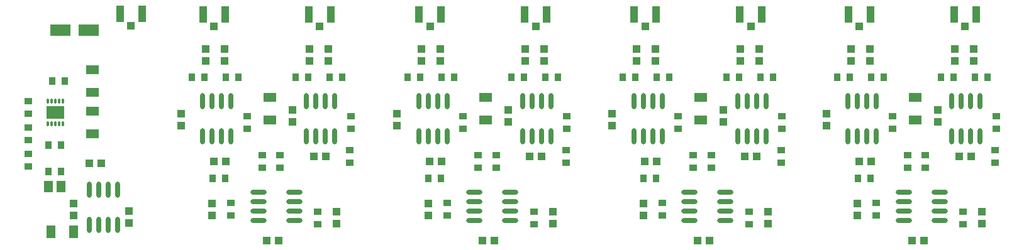
<source format=gtp>
%FSLAX25Y25*%
%MOIN*%
G70*
G01*
G75*
G04 Layer_Color=8421504*
%ADD10R,0.04134X0.08661*%
%ADD11R,0.03937X0.04134*%
%ADD12R,0.07087X0.04528*%
%ADD13O,0.02362X0.08661*%
%ADD14R,0.03937X0.03937*%
%ADD15R,0.03937X0.03937*%
%ADD16R,0.04528X0.07087*%
%ADD17R,0.03937X0.03543*%
%ADD18R,0.03543X0.03937*%
%ADD19O,0.08661X0.02362*%
%ADD20R,0.11024X0.06299*%
%ADD21R,0.05118X0.05906*%
%ADD22O,0.01181X0.02953*%
%ADD23R,0.09370X0.07087*%
D10*
X-37807Y106850D02*
D03*
X-26193D02*
D03*
X348193Y106350D02*
D03*
X359807D02*
D03*
X404193D02*
D03*
X415807D02*
D03*
X234693D02*
D03*
X246307D02*
D03*
X290693D02*
D03*
X302307D02*
D03*
X120693D02*
D03*
X132307D02*
D03*
X176693D02*
D03*
X188307D02*
D03*
X6193D02*
D03*
X17807D02*
D03*
X62193D02*
D03*
X73807D02*
D03*
D11*
X-32000Y100650D02*
D03*
X354000Y100150D02*
D03*
X410000D02*
D03*
X240500D02*
D03*
X296500D02*
D03*
X126500D02*
D03*
X182500D02*
D03*
X12000D02*
D03*
X68000D02*
D03*
D12*
X383500Y50646D02*
D03*
Y62653D02*
D03*
X270000Y50646D02*
D03*
Y62653D02*
D03*
X156000Y50646D02*
D03*
Y62653D02*
D03*
X41500Y50646D02*
D03*
Y62653D02*
D03*
X-52500Y77153D02*
D03*
Y65146D02*
D03*
Y43146D02*
D03*
Y55154D02*
D03*
D13*
X-54000Y-5299D02*
D03*
X-49000D02*
D03*
X-44000D02*
D03*
X-39000D02*
D03*
X-54000Y13598D02*
D03*
X-49000D02*
D03*
X-44000D02*
D03*
X-39000D02*
D03*
X348000Y41701D02*
D03*
X353000D02*
D03*
X358000D02*
D03*
X363000D02*
D03*
X348000Y60598D02*
D03*
X353000D02*
D03*
X358000D02*
D03*
X363000D02*
D03*
X403000Y41701D02*
D03*
X408000D02*
D03*
X413000D02*
D03*
X418000D02*
D03*
X403000Y60598D02*
D03*
X408000D02*
D03*
X413000D02*
D03*
X418000D02*
D03*
X234500Y41701D02*
D03*
X239500D02*
D03*
X244500D02*
D03*
X249500D02*
D03*
X234500Y60598D02*
D03*
X239500D02*
D03*
X244500D02*
D03*
X249500D02*
D03*
X289500Y41701D02*
D03*
X294500D02*
D03*
X299500D02*
D03*
X304500D02*
D03*
X289500Y60598D02*
D03*
X294500D02*
D03*
X299500D02*
D03*
X304500D02*
D03*
X120500Y41701D02*
D03*
X125500D02*
D03*
X130500D02*
D03*
X135500D02*
D03*
X120500Y60598D02*
D03*
X125500D02*
D03*
X130500D02*
D03*
X135500D02*
D03*
X175500Y41701D02*
D03*
X180500D02*
D03*
X185500D02*
D03*
X190500D02*
D03*
X175500Y60598D02*
D03*
X180500D02*
D03*
X185500D02*
D03*
X190500D02*
D03*
X6000Y41701D02*
D03*
X11000D02*
D03*
X16000D02*
D03*
X21000D02*
D03*
X6000Y60598D02*
D03*
X11000D02*
D03*
X16000D02*
D03*
X21000D02*
D03*
X61000Y41701D02*
D03*
X66000D02*
D03*
X71000D02*
D03*
X76000D02*
D03*
X61000Y60598D02*
D03*
X66000D02*
D03*
X71000D02*
D03*
X76000D02*
D03*
D14*
X-54150Y27650D02*
D03*
X-47850D02*
D03*
X388150Y-13350D02*
D03*
X381850D02*
D03*
X274650D02*
D03*
X268350D02*
D03*
X160650D02*
D03*
X154350D02*
D03*
X46150D02*
D03*
X39850D02*
D03*
X360150Y28650D02*
D03*
X353850D02*
D03*
X413150Y31150D02*
D03*
X406850D02*
D03*
X246650Y28650D02*
D03*
X240350D02*
D03*
X299650Y31150D02*
D03*
X293350D02*
D03*
X132650Y28650D02*
D03*
X126350D02*
D03*
X185650Y31150D02*
D03*
X179350D02*
D03*
X18150Y28650D02*
D03*
X11850D02*
D03*
X71150Y31150D02*
D03*
X64850D02*
D03*
D15*
X-33000Y2299D02*
D03*
Y-4000D02*
D03*
X-62500Y6299D02*
D03*
Y0D02*
D03*
X395500Y55799D02*
D03*
Y49500D02*
D03*
X336500Y53799D02*
D03*
Y47500D02*
D03*
X282000Y55799D02*
D03*
Y49500D02*
D03*
X223000Y53799D02*
D03*
Y47500D02*
D03*
X168000Y55799D02*
D03*
Y49500D02*
D03*
X109000Y53799D02*
D03*
Y47500D02*
D03*
X53500Y55799D02*
D03*
Y49500D02*
D03*
X-5500Y53799D02*
D03*
Y47500D02*
D03*
X353000Y0D02*
D03*
Y6299D02*
D03*
X359500Y82000D02*
D03*
Y88299D02*
D03*
X349500Y82000D02*
D03*
Y88299D02*
D03*
X419000Y-4500D02*
D03*
Y1799D02*
D03*
X414500Y82000D02*
D03*
Y88299D02*
D03*
X404500Y82000D02*
D03*
Y88299D02*
D03*
X239500Y0D02*
D03*
Y6299D02*
D03*
X246000Y82000D02*
D03*
Y88299D02*
D03*
X236000Y82000D02*
D03*
Y88299D02*
D03*
X305500Y-4500D02*
D03*
Y1799D02*
D03*
X301000Y82000D02*
D03*
Y88299D02*
D03*
X291000Y82000D02*
D03*
Y88299D02*
D03*
X125500Y0D02*
D03*
Y6299D02*
D03*
X132000Y82000D02*
D03*
Y88299D02*
D03*
X122000Y82000D02*
D03*
Y88299D02*
D03*
X191500Y-4500D02*
D03*
Y1799D02*
D03*
X187000Y82000D02*
D03*
Y88299D02*
D03*
X177000Y82000D02*
D03*
Y88299D02*
D03*
X11000Y0D02*
D03*
Y6299D02*
D03*
X17500Y82000D02*
D03*
Y88299D02*
D03*
X7500Y82000D02*
D03*
Y88299D02*
D03*
X77000Y-4500D02*
D03*
Y1799D02*
D03*
X72500Y82000D02*
D03*
Y88299D02*
D03*
X62500Y82000D02*
D03*
Y88299D02*
D03*
D16*
X-62496Y-8850D02*
D03*
X-74504D02*
D03*
D17*
X363000Y6496D02*
D03*
Y-197D02*
D03*
X371500Y52496D02*
D03*
Y45803D02*
D03*
X379500Y31996D02*
D03*
Y25303D02*
D03*
X409000Y1996D02*
D03*
Y-4697D02*
D03*
X426500Y52496D02*
D03*
Y45803D02*
D03*
X389000Y31996D02*
D03*
Y25303D02*
D03*
X426000Y34496D02*
D03*
Y27803D02*
D03*
X249500Y6496D02*
D03*
Y-197D02*
D03*
X258000Y52496D02*
D03*
Y45803D02*
D03*
X266000Y31996D02*
D03*
Y25303D02*
D03*
X295500Y1996D02*
D03*
Y-4697D02*
D03*
X313000Y52496D02*
D03*
Y45803D02*
D03*
X275500Y31996D02*
D03*
Y25303D02*
D03*
X312500Y34496D02*
D03*
Y27803D02*
D03*
X135500Y6496D02*
D03*
Y-197D02*
D03*
X144000Y52496D02*
D03*
Y45803D02*
D03*
X152000Y31996D02*
D03*
Y25303D02*
D03*
X181500Y1996D02*
D03*
Y-4697D02*
D03*
X199000Y52496D02*
D03*
Y45803D02*
D03*
X161500Y31996D02*
D03*
Y25303D02*
D03*
X198500Y34496D02*
D03*
Y27803D02*
D03*
X21000Y6496D02*
D03*
Y-197D02*
D03*
X29500Y52496D02*
D03*
Y45803D02*
D03*
X37500Y31996D02*
D03*
Y25303D02*
D03*
X67000Y1996D02*
D03*
Y-4697D02*
D03*
X84500Y52496D02*
D03*
Y45803D02*
D03*
X47000Y31996D02*
D03*
Y25303D02*
D03*
X84000Y34496D02*
D03*
Y27803D02*
D03*
X-86500Y53803D02*
D03*
Y60496D02*
D03*
Y25803D02*
D03*
Y32496D02*
D03*
Y39803D02*
D03*
Y46496D02*
D03*
D18*
X353153Y19650D02*
D03*
X359846D02*
D03*
X342154Y73150D02*
D03*
X348847D02*
D03*
X366846D02*
D03*
X360154D02*
D03*
X397153D02*
D03*
X403847D02*
D03*
X421846D02*
D03*
X415154D02*
D03*
X239653Y19650D02*
D03*
X246346D02*
D03*
X228654Y73150D02*
D03*
X235347D02*
D03*
X253346D02*
D03*
X246654D02*
D03*
X283653D02*
D03*
X290347D02*
D03*
X308347D02*
D03*
X301654D02*
D03*
X125654Y19650D02*
D03*
X132346D02*
D03*
X114654Y73150D02*
D03*
X121346D02*
D03*
X139347D02*
D03*
X132653D02*
D03*
X169653D02*
D03*
X176347D02*
D03*
X194346D02*
D03*
X187654D02*
D03*
X11153Y19650D02*
D03*
X17846D02*
D03*
X154Y73150D02*
D03*
X6847D02*
D03*
X24846D02*
D03*
X18154D02*
D03*
X55154D02*
D03*
X61847D02*
D03*
X79847D02*
D03*
X73154D02*
D03*
X-73847Y71150D02*
D03*
X-67154D02*
D03*
X-69153Y23150D02*
D03*
X-75846D02*
D03*
X-69153Y37150D02*
D03*
X-75846D02*
D03*
D19*
X396449Y-2850D02*
D03*
Y2150D02*
D03*
Y7150D02*
D03*
Y12150D02*
D03*
X377551Y-2850D02*
D03*
Y2150D02*
D03*
Y7150D02*
D03*
Y12150D02*
D03*
X282949Y-2850D02*
D03*
Y2150D02*
D03*
Y7150D02*
D03*
Y12150D02*
D03*
X264051Y-2850D02*
D03*
Y2150D02*
D03*
Y7150D02*
D03*
Y12150D02*
D03*
X168949Y-2850D02*
D03*
Y2150D02*
D03*
Y7150D02*
D03*
Y12150D02*
D03*
X150051Y-2850D02*
D03*
Y2150D02*
D03*
Y7150D02*
D03*
Y12150D02*
D03*
X54449Y-2850D02*
D03*
Y2150D02*
D03*
Y7150D02*
D03*
Y12150D02*
D03*
X35551Y-2850D02*
D03*
Y2150D02*
D03*
Y7150D02*
D03*
Y12150D02*
D03*
D20*
X-54520Y98150D02*
D03*
X-69480D02*
D03*
D21*
X-75846Y15150D02*
D03*
X-69153D02*
D03*
D22*
X-68063Y60654D02*
D03*
X-70031D02*
D03*
X-72000D02*
D03*
X-73968D02*
D03*
X-75937D02*
D03*
Y48646D02*
D03*
X-73968D02*
D03*
X-72000D02*
D03*
X-70031D02*
D03*
X-68063D02*
D03*
D23*
X-72000Y54650D02*
D03*
M02*

</source>
